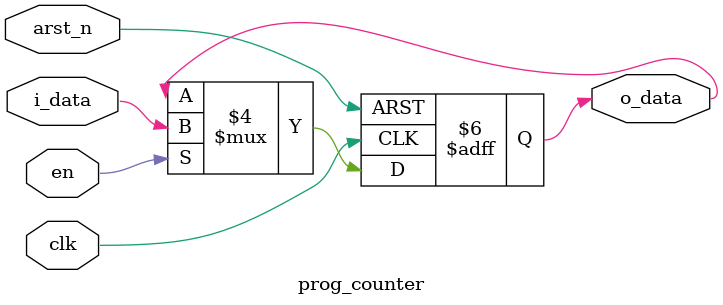
<source format=v>
`timescale 1ns/1ps

module prog_counter #(parameter WIDTH = 1)(i_data, o_data, clk, arst_n, en);

input [WIDTH-1:0] i_data;
input clk, arst_n;
input en;

output reg [WIDTH-1:0] o_data;

always @(posedge clk or negedge arst_n) begin
	if(!arst_n) o_data <= 0;
	else if(en)
		o_data <= i_data;
	else
		o_data <= o_data;
end
endmodule

</source>
